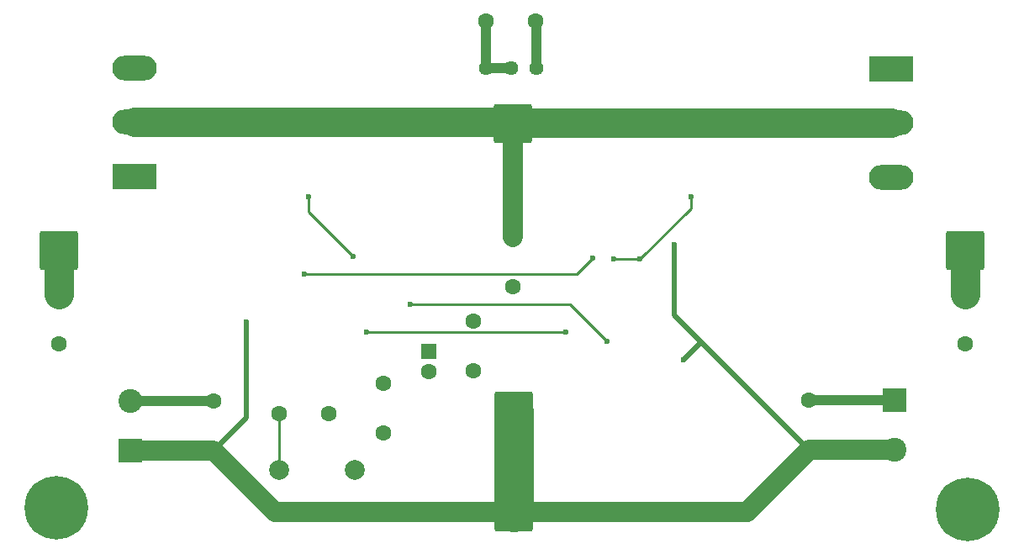
<source format=gbr>
G04 #@! TF.GenerationSoftware,KiCad,Pcbnew,(6.0.0-0)*
G04 #@! TF.CreationDate,2022-01-01T18:20:55+01:00*
G04 #@! TF.ProjectId,amp-mosfet-80w,616d702d-6d6f-4736-9665-742d3830772e,rev?*
G04 #@! TF.SameCoordinates,Original*
G04 #@! TF.FileFunction,Copper,L2,Bot*
G04 #@! TF.FilePolarity,Positive*
%FSLAX46Y46*%
G04 Gerber Fmt 4.6, Leading zero omitted, Abs format (unit mm)*
G04 Created by KiCad (PCBNEW (6.0.0-0)) date 2022-01-01 18:20:55*
%MOMM*%
%LPD*%
G01*
G04 APERTURE LIST*
G04 Aperture macros list*
%AMRoundRect*
0 Rectangle with rounded corners*
0 $1 Rounding radius*
0 $2 $3 $4 $5 $6 $7 $8 $9 X,Y pos of 4 corners*
0 Add a 4 corners polygon primitive as box body*
4,1,4,$2,$3,$4,$5,$6,$7,$8,$9,$2,$3,0*
0 Add four circle primitives for the rounded corners*
1,1,$1+$1,$2,$3*
1,1,$1+$1,$4,$5*
1,1,$1+$1,$6,$7*
1,1,$1+$1,$8,$9*
0 Add four rect primitives between the rounded corners*
20,1,$1+$1,$2,$3,$4,$5,0*
20,1,$1+$1,$4,$5,$6,$7,0*
20,1,$1+$1,$6,$7,$8,$9,0*
20,1,$1+$1,$8,$9,$2,$3,0*%
G04 Aperture macros list end*
G04 #@! TA.AperFunction,ComponentPad*
%ADD10C,1.600000*%
G04 #@! TD*
G04 #@! TA.AperFunction,ComponentPad*
%ADD11R,1.600000X1.600000*%
G04 #@! TD*
G04 #@! TA.AperFunction,ComponentPad*
%ADD12R,2.400000X2.400000*%
G04 #@! TD*
G04 #@! TA.AperFunction,ComponentPad*
%ADD13C,2.400000*%
G04 #@! TD*
G04 #@! TA.AperFunction,ComponentPad*
%ADD14C,2.000000*%
G04 #@! TD*
G04 #@! TA.AperFunction,ComponentPad*
%ADD15RoundRect,0.250001X-1.699999X-1.699999X1.699999X-1.699999X1.699999X1.699999X-1.699999X1.699999X0*%
G04 #@! TD*
G04 #@! TA.AperFunction,ComponentPad*
%ADD16C,6.400000*%
G04 #@! TD*
G04 #@! TA.AperFunction,ComponentPad*
%ADD17C,0.800000*%
G04 #@! TD*
G04 #@! TA.AperFunction,ComponentPad*
%ADD18C,1.440000*%
G04 #@! TD*
G04 #@! TA.AperFunction,ComponentPad*
%ADD19R,4.500000X2.500000*%
G04 #@! TD*
G04 #@! TA.AperFunction,ComponentPad*
%ADD20O,4.500000X2.500000*%
G04 #@! TD*
G04 #@! TA.AperFunction,ViaPad*
%ADD21C,0.600000*%
G04 #@! TD*
G04 #@! TA.AperFunction,Conductor*
%ADD22C,0.250000*%
G04 #@! TD*
G04 #@! TA.AperFunction,Conductor*
%ADD23C,2.000000*%
G04 #@! TD*
G04 #@! TA.AperFunction,Conductor*
%ADD24C,4.000000*%
G04 #@! TD*
G04 #@! TA.AperFunction,Conductor*
%ADD25C,0.500000*%
G04 #@! TD*
G04 #@! TA.AperFunction,Conductor*
%ADD26C,3.000000*%
G04 #@! TD*
G04 #@! TA.AperFunction,Conductor*
%ADD27C,1.000000*%
G04 #@! TD*
G04 APERTURE END LIST*
D10*
X140890000Y-86106000D03*
X135890000Y-86106000D03*
X146367500Y-83121500D03*
X146367500Y-88121500D03*
D11*
X150939500Y-79883000D03*
D10*
X150939500Y-81883000D03*
X155448000Y-76835000D03*
X155448000Y-81835000D03*
X189230000Y-84789000D03*
X189230000Y-89789000D03*
D12*
X197866000Y-84772500D03*
D13*
X197866000Y-89772500D03*
D10*
X159385000Y-68326000D03*
X159385000Y-73326000D03*
D14*
X135890000Y-91821000D03*
X143446500Y-91821000D03*
D15*
X204978000Y-69723000D03*
X159385000Y-56896000D03*
X159448500Y-85852000D03*
X159448500Y-96012000D03*
D16*
X113411000Y-95631000D03*
D17*
X113411000Y-93231000D03*
X113411000Y-98031000D03*
X111713944Y-93933944D03*
X111011000Y-95631000D03*
X115108056Y-93933944D03*
X111713944Y-97328056D03*
X115108056Y-97328056D03*
X115811000Y-95631000D03*
X203534944Y-94060944D03*
X206929056Y-97455056D03*
D16*
X205232000Y-95758000D03*
D17*
X202832000Y-95758000D03*
X205232000Y-98158000D03*
X203534944Y-97455056D03*
X206929056Y-94060944D03*
X205232000Y-93358000D03*
X207632000Y-95758000D03*
D10*
X204978000Y-74104500D03*
X204978000Y-79104500D03*
X129286000Y-89836000D03*
X129286000Y-84836000D03*
D12*
X120904000Y-89836000D03*
D13*
X120904000Y-84836000D03*
D15*
X113665000Y-69723000D03*
D10*
X113665000Y-79104500D03*
X113665000Y-74104500D03*
X156718000Y-46609000D03*
X161718000Y-46609000D03*
D18*
X161798000Y-51308000D03*
X159258000Y-51308000D03*
X156718000Y-51308000D03*
D19*
X121285000Y-62230000D03*
D20*
X121285000Y-56780000D03*
X121285000Y-51330000D03*
D19*
X197485000Y-51435000D03*
D20*
X197485000Y-56885000D03*
X197485000Y-62335000D03*
D21*
X175650000Y-69150000D03*
X132550000Y-76900000D03*
X176550000Y-80750000D03*
X144655500Y-77944500D03*
X164700000Y-77950000D03*
X177312600Y-64287400D03*
X169519600Y-70561200D03*
X172212000Y-70561200D03*
X143300000Y-70300000D03*
X138820400Y-64279600D03*
X168846500Y-78867000D03*
X149050000Y-75150000D03*
X138400000Y-72100000D03*
X167450000Y-70450000D03*
D22*
X135890000Y-91821000D02*
X135890000Y-86106000D01*
D23*
X159448500Y-96012000D02*
X183007000Y-96012000D01*
X183007000Y-96012000D02*
X189230000Y-89789000D01*
D24*
X159448500Y-96012000D02*
X159448500Y-85852000D01*
D25*
X132550000Y-86572000D02*
X132550000Y-76900000D01*
D23*
X135462000Y-96012000D02*
X129286000Y-89836000D01*
X159448500Y-96012000D02*
X135462000Y-96012000D01*
D25*
X175650000Y-76209000D02*
X175650000Y-69150000D01*
X178445500Y-79004500D02*
X178295500Y-79004500D01*
X178295500Y-79004500D02*
X176550000Y-80750000D01*
D23*
X197849500Y-89789000D02*
X197866000Y-89772500D01*
D25*
X175650000Y-76209000D02*
X178445500Y-79004500D01*
X129286000Y-89836000D02*
X132550000Y-86572000D01*
D23*
X189230000Y-89789000D02*
X197849500Y-89789000D01*
X129286000Y-89836000D02*
X120904000Y-89836000D01*
D25*
X178445500Y-79004500D02*
X189230000Y-89789000D01*
D22*
X144655500Y-77944500D02*
X144670511Y-77959511D01*
X144670511Y-77959511D02*
X164690489Y-77959511D01*
X164690489Y-77959511D02*
X164700000Y-77950000D01*
X169519600Y-70561200D02*
X172212000Y-70561200D01*
X172212000Y-70561200D02*
X177312600Y-65460600D01*
X177312600Y-65460600D02*
X177312600Y-64287400D01*
D26*
X159396000Y-56885000D02*
X197485000Y-56885000D01*
X159385000Y-56896000D02*
X159396000Y-56885000D01*
D23*
X159385000Y-56896000D02*
X159385000Y-68326000D01*
D26*
X159385000Y-56896000D02*
X159269000Y-56780000D01*
X159269000Y-56780000D02*
X121285000Y-56780000D01*
D27*
X161798000Y-51308000D02*
X161798000Y-46689000D01*
X159258000Y-51308000D02*
X156718000Y-51308000D01*
X156718000Y-51308000D02*
X156718000Y-46609000D01*
X189246500Y-84772500D02*
X189230000Y-84789000D01*
X197866000Y-84772500D02*
X189246500Y-84772500D01*
X129286000Y-84836000D02*
X120904000Y-84836000D01*
D26*
X113665000Y-74104500D02*
X113665000Y-69723000D01*
X204978000Y-74104500D02*
X204978000Y-69723000D01*
D22*
X138820400Y-65820400D02*
X138820400Y-64279600D01*
X143300000Y-70300000D02*
X138820400Y-65820400D01*
X165129500Y-75150000D02*
X168846500Y-78867000D01*
X149050000Y-75150000D02*
X165129500Y-75150000D01*
X165800000Y-72100000D02*
X167450000Y-70450000D01*
X138400000Y-72100000D02*
X165800000Y-72100000D01*
M02*

</source>
